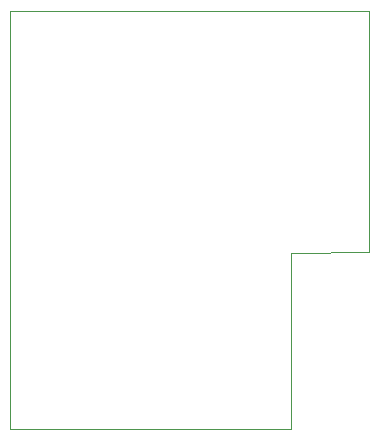
<source format=gbr>
%TF.GenerationSoftware,KiCad,Pcbnew,(6.0.7)*%
%TF.CreationDate,2023-04-28T16:32:50-04:00*%
%TF.ProjectId,Power Daughter Board v1,506f7765-7220-4446-9175-676874657220,rev?*%
%TF.SameCoordinates,Original*%
%TF.FileFunction,Profile,NP*%
%FSLAX46Y46*%
G04 Gerber Fmt 4.6, Leading zero omitted, Abs format (unit mm)*
G04 Created by KiCad (PCBNEW (6.0.7)) date 2023-04-28 16:32:50*
%MOMM*%
%LPD*%
G01*
G04 APERTURE LIST*
%TA.AperFunction,Profile*%
%ADD10C,0.100000*%
%TD*%
G04 APERTURE END LIST*
D10*
X86970000Y-51540000D02*
X86990000Y-71950000D01*
X80369109Y-71989938D01*
X80339109Y-86899938D01*
X56539109Y-86899938D01*
X56540000Y-51520000D01*
X86970000Y-51540000D01*
M02*

</source>
